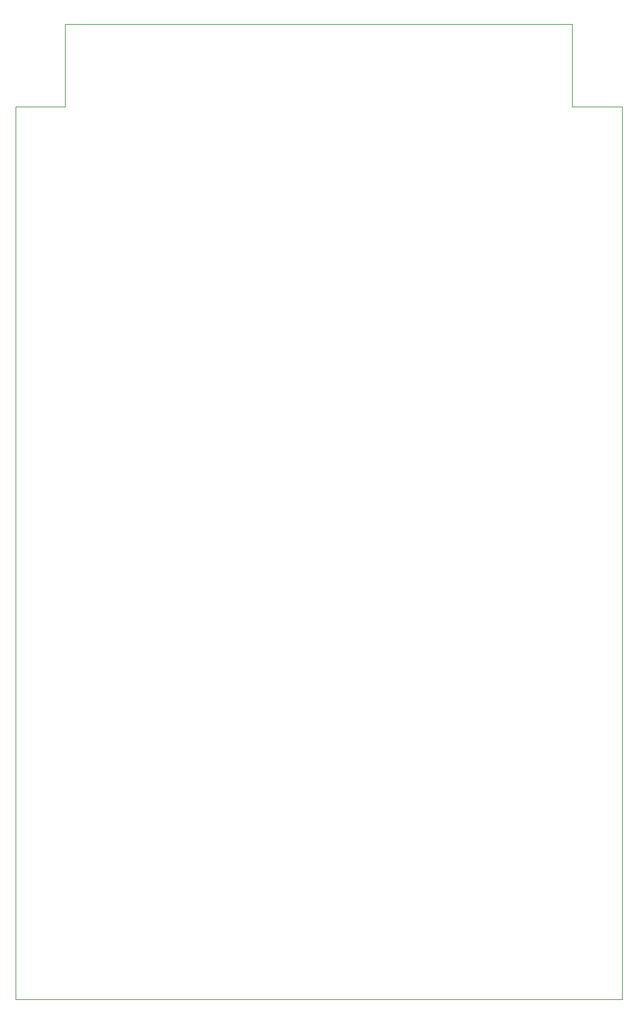
<source format=gm1>
G04 #@! TF.GenerationSoftware,KiCad,Pcbnew,(5.1.9)-1*
G04 #@! TF.CreationDate,2022-10-29T21:13:42+09:00*
G04 #@! TF.ProjectId,PC-6001_SD,50432d36-3030-4315-9f53-442e6b696361,rev?*
G04 #@! TF.SameCoordinates,PX53920b0PYad82f20*
G04 #@! TF.FileFunction,Profile,NP*
%FSLAX46Y46*%
G04 Gerber Fmt 4.6, Leading zero omitted, Abs format (unit mm)*
G04 Created by KiCad (PCBNEW (5.1.9)-1) date 2022-10-29 21:13:42*
%MOMM*%
%LPD*%
G01*
G04 APERTURE LIST*
G04 #@! TA.AperFunction,Profile*
%ADD10C,0.050000*%
G04 #@! TD*
G04 APERTURE END LIST*
D10*
X72517000Y116281000D02*
X78994000Y116281000D01*
X72517000Y127000000D02*
X72517000Y116281000D01*
X6477000Y116281000D02*
X0Y116281000D01*
X6477000Y127000000D02*
X6477000Y116281000D01*
X0Y116281000D02*
X0Y0D01*
X79000000Y0D02*
X78994000Y116281000D01*
X0Y0D02*
X79000000Y0D01*
X72517000Y127000000D02*
X6477000Y127000000D01*
M02*

</source>
